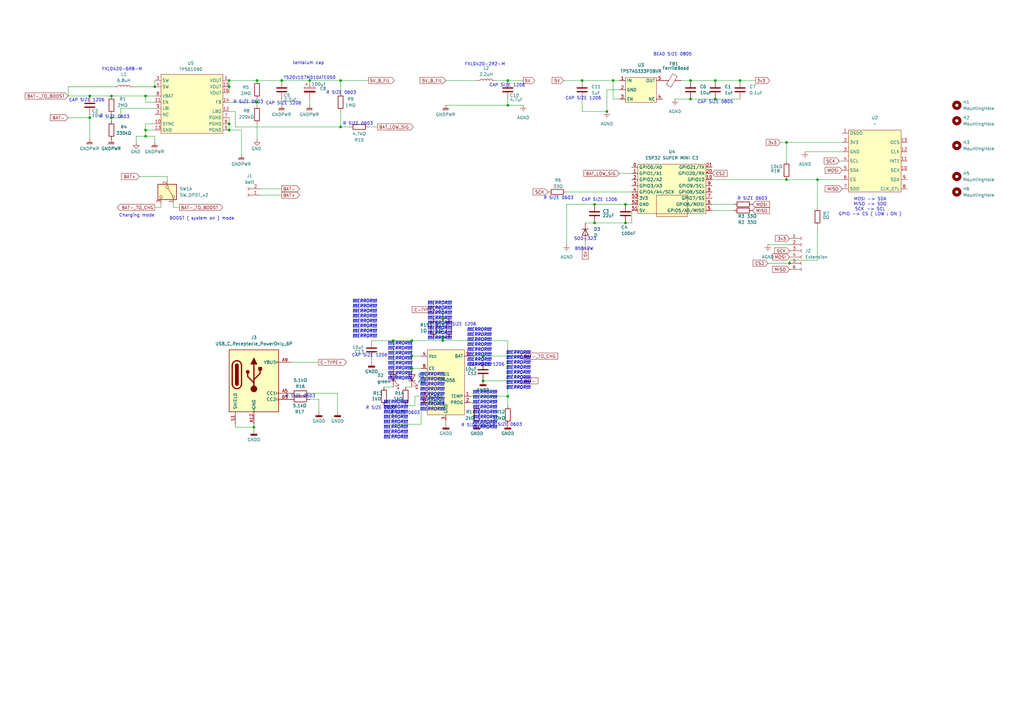
<source format=kicad_sch>
(kicad_sch (version 20250114) (generator "eeschema") (generator_version "9.0")
  (paper "A3")
  (lib_symbols
    (symbol "Connector:Conn_01x02_Socket" (pin_names (offset 1.016) (hide yes))
      (property "Reference" "J" (at 0 2.54 0))
      (property "Value" "Conn_01x02_Socket" (at 0 -5.08 0))
      (symbol "Conn_01x02_Socket_1_1"
        (pin passive line (at -5.08 0 0) (length 3.81) (name "Pin_1") (number "1"))
        (pin passive line (at -5.08 -2.54 0) (length 3.81) (name "Pin_2") (number "2"))
      )
    )
    (symbol "Connector:Conn_01x06_Socket" (pin_names (offset 1.016) (hide yes))
      (property "Reference" "J" (at 0 7.62 0))
      (property "Value" "Conn_01x06_Socket" (at 0 -10.16 0))
      (symbol "Conn_01x06_Socket_1_1"
        (pin passive line (at -5.08 5.08 0) (length 3.81) (name "Pin_1") (number "1"))
        (pin passive line (at -5.08 2.54 0) (length 3.81) (name "Pin_2") (number "2"))
        (pin passive line (at -5.08 0 0) (length 3.81) (name "Pin_3") (number "3"))
        (pin passive line (at -5.08 -2.54 0) (length 3.81) (name "Pin_4") (number "4"))
        (pin passive line (at -5.08 -5.08 0) (length 3.81) (name "Pin_5") (number "5"))
        (pin passive line (at -5.08 -7.62 0) (length 3.81) (name "Pin_6") (number "6"))
      )
    )
    (symbol "Connector:USB_C_Receptacle_PowerOnly_6P" (pin_names (offset 1.016))
      (property "Reference" "J" (at 0 16.51 0))
      (property "Value" "USB_C_Receptacle_PowerOnly_6P" (at 0 13.97 0))
      (symbol "USB_C_Receptacle_PowerOnly_6P_1_1"
        (pin passive line (at -7.62 -17.78 90) (length 5.08) (name "SHIELD") (number "S1"))
        (pin passive line (at 0 -17.78 90) (length 5.08) (name "GND") (number "A12"))
        (pin passive line (at 0 -17.78 90) (length 5.08) (hide yes) (name "GND") (number "B12"))
        (pin passive line (at 15.24 7.62 180) (length 5.08) (name "VBUS") (number "A9"))
        (pin passive line (at 15.24 7.62 180) (length 5.08) (hide yes) (name "VBUS") (number "B9"))
        (pin bidirectional line (at 15.24 -5.08 180) (length 5.08) (name "CC1") (number "A5"))
        (pin bidirectional line (at 15.24 -7.62 180) (length 5.08) (name "CC2") (number "B5"))
      )
    )
    (symbol "Device:C" (pin_numbers (hide yes)) (pin_names (offset 0.254))
      (property "Reference" "C" (at 0.635 2.54 0))
      (property "Value" "C" (at 0.635 -2.54 0))
      (symbol "C_1_1"
        (pin passive line (at 0 3.81 270) (length 2.794) (name "~") (number "1"))
        (pin passive line (at 0 -3.81 90) (length 2.794) (name "~") (number "2"))
      )
    )
    (symbol "Device:C_Polarized" (pin_numbers (hide yes)) (pin_names (offset 0.254))
      (property "Reference" "C" (at 0.635 2.54 0))
      (property "Value" "C_Polarized" (at 0.635 -2.54 0))
      (symbol "C_Polarized_1_1"
        (pin passive line (at 0 3.81 270) (length 2.794) (name "~") (number "1"))
        (pin passive line (at 0 -3.81 90) (length 2.794) (name "~") (number "2"))
      )
    )
    (symbol "Device:D" (pin_numbers (hide yes)) (pin_names (offset 1.016) (hide yes))
      (property "Reference" "D" (at 0 2.54 0))
      (property "Value" "D" (at 0 -2.54 0))
      (symbol "D_1_1"
        (pin passive line (at -3.81 0 0) (length 2.54) (name "K") (number "1"))
        (pin passive line (at 3.81 0 180) (length 2.54) (name "A") (number "2"))
      )
    )
    (symbol "Device:FerriteBead" (pin_numbers (hide yes)) (pin_names (offset 0))
      (property "Reference" "FB" (at -3.81 0.635 90))
      (property "Value" "FerriteBead" (at 3.81 0 90))
      (symbol "FerriteBead_1_1"
        (pin passive line (at 0 3.81 270) (length 2.54) (name "~") (number "1"))
        (pin passive line (at 0 -3.81 90) (length 2.54) (name "~") (number "2"))
      )
    )
    (symbol "Device:L" (pin_numbers (hide yes)) (pin_names (offset 1.016) (hide yes))
      (property "Reference" "L" (at -1.27 0 90))
      (property "Value" "L" (at 1.905 0 90))
      (symbol "L_1_1"
        (pin passive line (at 0 3.81 270) (length 1.27) (name "1") (number "1"))
        (pin passive line (at 0 -3.81 90) (length 1.27) (name "2") (number "2"))
      )
    )
    (symbol "Device:LED" (pin_numbers (hide yes)) (pin_names (offset 1.016) (hide yes))
      (property "Reference" "D" (at 0 2.54 0))
      (property "Value" "LED" (at 0 -2.54 0))
      (symbol "LED_1_1"
        (pin passive line (at -3.81 0 0) (length 2.54) (name "K") (number "1"))
        (pin passive line (at 3.81 0 180) (length 2.54) (name "A") (number "2"))
      )
    )
    (symbol "Device:R" (pin_numbers (hide yes)) (pin_names (offset 0))
      (property "Reference" "R" (at 2.032 0 90))
      (property "Value" "R" (at 0 0 90))
      (symbol "R_1_1"
        (pin passive line (at 0 3.81 270) (length 1.27) (name "~") (number "1"))
        (pin passive line (at 0 -3.81 90) (length 1.27) (name "~") (number "2"))
      )
    )
    (symbol "Mechanical:MountingHole" (pin_names (offset 1.016)) (in_bom no)
      (property "Reference" "H" (at 0 5.08 0))
      (property "Value" "MountingHole" (at 0 3.175 0))
    )
    (symbol "Switch:SW_DPDT_x2" (pin_names (offset 0) (hide yes))
      (property "Reference" "SW" (at 0 5.08 0))
      (property "Value" "SW_DPDT_x2" (at 0 -5.08 0))
      (symbol "SW_DPDT_x2_1_1"
        (pin passive line (at -5.08 0 0) (length 2.54) (name "B") (number "2"))
        (pin passive line (at 5.08 2.54 180) (length 2.54) (name "A") (number "1"))
        (pin passive line (at 5.08 -2.54 180) (length 2.54) (name "C") (number "3"))
      )
      (symbol "SW_DPDT_x2_2_1"
        (pin passive line (at -5.08 0 0) (length 2.54) (name "B") (number "5"))
        (pin passive line (at 5.08 2.54 180) (length 2.54) (name "A") (number "4"))
        (pin passive line (at 5.08 -2.54 180) (length 2.54) (name "C") (number "6"))
      )
    )
    (symbol "power:GND" (power) (pin_numbers (hide yes)) (pin_names (offset 0) (hide yes))
      (property "Value" "GND" (at 0 -3.81 0))
      (symbol "GND_1_1"
        (pin power_in line (at 0 0 270) (length 0) (name "~") (number "1"))
      )
    )
    (symbol "power:GNDD" (power) (pin_numbers (hide yes)) (pin_names (offset 0) (hide yes))
      (property "Value" "GNDD" (at 0 -3.175 0))
      (symbol "GNDD_1_1"
        (pin power_in line (at 0 0 270) (length 0) (name "~") (number "1"))
      )
    )
    (symbol "power:GNDPWR" (power) (pin_numbers (hide yes)) (pin_names (offset 0) (hide yes))
      (property "Value" "GNDPWR" (at 0 -3.302 0))
      (symbol "GNDPWR_1_1"
        (pin power_in line (at 0 0 270) (length 0) (name "~") (number "1"))
      )
    )
    (symbol "power:GNDREF" (power) (pin_numbers (hide yes)) (pin_names (offset 0) (hide yes))
      (property "Value" "GNDREF" (at 0 -3.81 0))
      (symbol "GNDREF_1_1"
        (pin power_in line (at 0 0 270) (length 0) (name "~") (number "1"))
      )
    )
    (symbol "slimess:ESP-32_C3_SUPER_MINI"
      (property "Reference" "U4" (at 0 -27.94 0))
      (property "Value" "~" (at 0 -25.4 0))
      (symbol "ESP-32_C3_SUPER_MINI_1_1"
        (pin input line (at -16.51 -3.81 0) (length 2.54) (name "GPIO5/A5/MISO") (number "5"))
        (pin input line (at -16.51 -6.35 0) (length 2.54) (name "GPIO6/MOSI") (number "6"))
        (pin input line (at -16.51 -8.89 0) (length 2.54) (name "GPIO7/SS") (number "7"))
        (pin input line (at -16.51 -11.43 0) (length 2.54) (name "GPIO8/SDA") (number "8"))
        (pin input line (at -16.51 -13.97 0) (length 2.54) (name "GPIO9/SCL") (number "9"))
        (pin input line (at -16.51 -16.51 0) (length 2.54) (name "GPIO10") (number "10"))
        (pin input line (at -16.51 -19.05 0) (length 2.54) (name "GPIO20/RX") (number "20"))
        (pin input line (at -16.51 -21.59 0) (length 2.54) (name "GPIO21/TX") (number "21"))
        (pin input line (at 16.51 -3.81 180) (length 2.54) (name "5V") (number "51"))
        (pin input line (at 16.51 -6.35 180) (length 2.54) (name "GND") (number "52"))
        (pin input line (at 16.51 -8.89 180) (length 2.54) (name "3V3") (number "53"))
        (pin input line (at 16.51 -11.43 180) (length 2.54) (name "GPIO4/A4/SCK") (number "4"))
        (pin input line (at 16.51 -13.97 180) (length 2.54) (name "GPIO3/A3") (number "3"))
        (pin input line (at 16.51 -16.51 180) (length 2.54) (name "GPIO2/A2") (number "2"))
        (pin input line (at 16.51 -19.05 180) (length 2.54) (name "GPIO1/A1") (number "1"))
        (pin input line (at 16.51 -21.59 180) (length 2.54) (name "GPIO0/A0") (number "0"))
      )
    )
    (symbol "slimess:IMU"
      (property "Reference" "U" (at 0 0 0))
      (symbol "IMU_1_1"
        (pin input line (at -12.7 -2.54 0) (length 2.54) (name "OSDO") (number "1"))
        (pin input line (at -12.7 -6.35 0) (length 2.54) (name "3V3") (number "2"))
        (pin input line (at -12.7 -10.16 0) (length 2.54) (name "GND") (number "3"))
        (pin input line (at -12.7 -13.97 0) (length 2.54) (name "SCL") (number "4"))
        (pin input line (at -12.7 -17.78 0) (length 2.54) (name "SDA") (number "5"))
        (pin input line (at -12.7 -21.59 0) (length 2.54) (name "CS") (number "6"))
        (pin input line (at -12.7 -25.4 0) (length 2.54) (name "SDO") (number "7"))
        (pin input line (at 13.97 -6.35 180) (length 2.54) (name "OCS") (number "13"))
        (pin input line (at 13.97 -10.16 180) (length 2.54) (name "CLK") (number "12"))
        (pin input line (at 13.97 -13.97 180) (length 2.54) (name "INT1") (number "11"))
        (pin input line (at 13.97 -17.78 180) (length 2.54) (name "SCX") (number "10"))
        (pin input line (at 13.97 -21.59 180) (length 2.54) (name "SDX") (number "9"))
        (pin input line (at 13.97 -25.4 180) (length 2.54) (name "CLK_CTL") (number "8"))
      )
    )
    (symbol "slimess:TP4056-42-ESOP8"
      (property "Reference" "U" (at 0 0 0))
      (symbol "TP4056-42-ESOP8_1_1"
        (pin input line (at -10.16 -3.81 0) (length 2.54) (name "Vcc") (number "4"))
        (pin input line (at -10.16 -8.89 0) (length 2.54) (name "CE") (number "8"))
        (pin input line (at -10.16 -20.32 0) (length 2.54) (name "!CHRG") (number "7"))
        (pin input line (at -10.16 -22.86 0) (length 2.54) (name "!STDBY") (number "6"))
        (pin input line (at 0 -30.48 90) (length 2.54) (name "GND") (number "3"))
        (pin input line (at 10.16 -3.81 180) (length 2.54) (name "BAT") (number "5"))
        (pin input line (at 10.16 -20.32 180) (length 2.54) (name "TEMP") (number "1"))
        (pin input line (at 10.16 -22.86 180) (length 2.54) (name "PROG") (number "2"))
      )
    )
    (symbol "slimess:TPS61090"
      (property "Reference" "U5" (at 19.05 -8.8198 0))
      (property "Value" "TPS61090" (at 19.05 -11.3598 0))
      (symbol "TPS61090_1_1"
        (pin input line (at -15.24 -16.51 0) (length 2.54) (name "SW") (number "3"))
        (pin input line (at -15.24 -19.05 0) (length 2.54) (name "SW") (number "4"))
        (pin input line (at -15.24 -22.86 0) (length 2.54) (name "VBAT") (number "8"))
        (pin input line (at -15.24 -25.4 0) (length 2.54) (name "EN") (number "11"))
        (pin input line (at -15.24 -27.94 0) (length 2.54) (name "LBI") (number "9"))
        (pin input line (at -15.24 -30.48 0) (length 2.54) (name "NC") (number "2"))
        (pin input line (at -15.24 -34.29 0) (length 2.54) (name "SYNC") (number "10"))
        (pin input line (at -15.24 -36.83 0) (length 2.54) (name "GND") (number "13"))
        (pin input line (at 15.24 -16.51 180) (length 2.54) (name "VOUT") (number "1"))
        (pin input line (at 15.24 -19.05 180) (length 2.54) (name "VOUT") (number "15"))
        (pin input line (at 15.24 -21.59 180) (length 2.54) (name "VOUT") (number "16"))
        (pin input line (at 15.24 -25.4 180) (length 2.54) (name "FB") (number "14"))
        (pin input line (at 15.24 -29.21 180) (length 2.54) (name "LBO") (number "12"))
        (pin input line (at 15.24 -31.75 180) (length 2.54) (name "PGND") (number "7"))
        (pin input line (at 15.24 -34.29 180) (length 2.54) (name "PGND") (number "6"))
        (pin input line (at 15.24 -36.83 180) (length 2.54) (name "PGND") (number "5"))
      )
    )
    (symbol "slimess:TPS7A0333PDBVR"
      (property "Reference" "U" (at 0 0 0))
      (symbol "TPS7A0333PDBVR_1_1"
        (pin input line (at -8.89 -2.54 0) (length 2.54) (name "IN") (number "1"))
        (pin input line (at -8.89 -6.35 0) (length 2.54) (name "GND") (number "2"))
        (pin input line (at -8.89 -10.16 0) (length 2.54) (name "EN") (number "3"))
        (pin input line (at 8.89 -2.54 180) (length 2.54) (name "OUT") (number "5"))
        (pin input line (at 8.89 -10.16 180) (length 2.54) (name "NC") (number "4"))
      )
    )
  )
  (text "R SIZE 0603\n" (at 166.116 169.418 0) (effects (font (size 1.27 1.27))))
  (text "CAP SIZE 1206\n\n" (at 239.268 41.402 0) (effects (font (size 1.27 1.27))))
  (text "!!!ERROR!!!\n!!!ERROR!!!\n!!!ERROR!!!\n!!!ERROR!!!\n!!!ERROR!!!\n!!!ERROR!!!\n!!!ERROR!!!\n!!!ERROR!!!\n\n\n" (at 164.084 150.114 0) (effects (font (size 1.27 1.27) (thickness 0.254) (bold yes) (italic yes))))
  (text "!!!ERROR!!!\n!!!ERROR!!!\n!!!ERROR!!!\n!!!ERROR!!!\n!!!ERROR!!!\n!!!ERROR!!!\n!!!ERROR!!!\n!!!ERROR!!!\n\n\n" (at 149.606 132.842 0) (effects (font (size 1.27 1.27) (thickness 0.254) (bold yes) (italic yes))))
  (text "R SIZE 1206\n\n\n" (at 189.23 135.128 0) (effects (font (size 1.27 1.27))))
  (text "R SIZE 0603\n" (at 208.026 174.244 0) (effects (font (size 1.27 1.27))))
  (text "!!!ERROR!!!\n!!!ERROR!!!\n!!!ERROR!!!\n!!!ERROR!!!\n!!!ERROR!!!\n!!!ERROR!!!\n!!!ERROR!!!\n!!!ERROR!!!\n\n\n" (at 177.292 162.814 0) (effects (font (size 1.27 1.27) (thickness 0.254) (bold yes) (italic yes))))
  (text "R SIZE 0603\n" (at 139.954 38.1 0) (effects (font (size 1.27 1.27))))
  (text "BOOST ( system on ) mode\n\n" (at 82.804 90.678 0) (effects (font (size 1.27 1.27))))
  (text "R SIZE 0603\n" (at 229.108 81.28 0) (effects (font (size 1.27 1.27))))
  (text "R SIZE 0603\n" (at 101.854 41.91 0) (effects (font (size 1.27 1.27))))
  (text "CAP SIZE 1206\n\n" (at 116.332 43.434 0) (effects (font (size 1.27 1.27))))
  (text "!!!ERROR!!!\n!!!ERROR!!!\n!!!ERROR!!!\n!!!ERROR!!!\n!!!ERROR!!!\n!!!ERROR!!!\n!!!ERROR!!!\n!!!ERROR!!!\n\n\n" (at 212.598 153.924 0) (effects (font (size 1.27 1.27) (thickness 0.254) (bold yes) (italic yes))))
  (text "R SIZE 0603\n" (at 46.99 48.006 0) (effects (font (size 1.27 1.27))))
  (text "CAP SIZE 1206\n\n" (at 151.638 146.812 0) (effects (font (size 1.27 1.27))))
  (text "CAP SIZE 1206\n\n" (at 199.644 150.622 0) (effects (font (size 1.27 1.27))))
  (text "!!!ERROR!!!\n!!!ERROR!!!\n!!!ERROR!!!\n!!!ERROR!!!\n!!!ERROR!!!\n!!!ERROR!!!\n!!!ERROR!!!\n!!!ERROR!!!\n\n\n" (at 180.34 133.604 0) (effects (font (size 1.27 1.27) (thickness 0.254) (bold yes) (italic yes))))
  (text "FXL0420-2R2-M" (at 198.882 26.416 0) (effects (font (size 1.27 1.27))))
  (text "CAP SIZE 1206\n\n" (at 245.872 83.058 0) (effects (font (size 1.27 1.27))))
  (text "CAP SIZE 0805\n" (at 293.37 41.91 0) (effects (font (size 1.27 1.27))))
  (text "R SIZE 0603\n" (at 308.61 81.534 0) (effects (font (size 1.27 1.27))))
  (text "!!!ERROR!!!\n!!!ERROR!!!\n!!!ERROR!!!\n!!!ERROR!!!\n!!!ERROR!!!\n!!!ERROR!!!\n!!!ERROR!!!\n!!!ERROR!!!\n\n\n" (at 196.596 144.526 0) (effects (font (size 1.27 1.27) (thickness 0.254) (bold yes) (italic yes))))
  (text "CAP SIZE 1206\n\n" (at 208.026 36.068 0) (effects (font (size 1.27 1.27))))
  (text "!!!ERROR!!!\n!!!ERROR!!!\n!!!ERROR!!!\n!!!ERROR!!!\n!!!ERROR!!!\n!!!ERROR!!!\n!!!ERROR!!!\n!!!ERROR!!!\n\n\n" (at 162.306 174.244 0) (effects (font (size 1.27 1.27) (thickness 0.254) (bold yes) (italic yes))))
  (text "R SIZE 0603\n" (at 156.21 167.386 0) (effects (font (size 1.27 1.27))))
  (text "tantalum cap \n\n\nT520V107M010ATE050\n" (at 127 28.956 0) (effects (font (size 1.27 1.27))))
  (text "!!!ERROR!!!\n!!!ERROR!!!\n!!!ERROR!!!\n!!!ERROR!!!\n!!!ERROR!!!\n!!!ERROR!!!\n!!!ERROR!!!\n!!!ERROR!!!\n\n\n" (at 198.882 170.18 0) (effects (font (size 1.27 1.27) (thickness 0.254) (bold yes) (italic yes))))
  (text "FXL0420-6R8-M\n" (at 50.038 28.448 0) (effects (font (size 1.27 1.27))))
  (text "R SIZE 0603\n" (at 123.19 162.56 0) (effects (font (size 1.27 1.27))))
  (text "SOD-323\n\nB5819W \n" (at 240.03 100.076 0) (effects (font (size 1.27 1.27))))
  (text "R SIZE 0603\n" (at 195.326 174.498 0) (effects (font (size 1.27 1.27))))
  (text "Charging mode\n\n" (at 56.134 89.408 0) (effects (font (size 1.27 1.27))))
  (text "BEAD SIZE 0805\n\n\n" (at 275.844 24.384 0) (effects (font (size 1.27 1.27))))
  (text "CAP SIZE 1206\n\n" (at 35.56 42.164 0) (effects (font (size 1.27 1.27))))
  (text "R SIZE 0603\n" (at 146.812 50.8 0) (effects (font (size 1.27 1.27))))
  (text "MOSI -> SDA\nMISO -> SDO\nSCK -> SCL\nGPIO -> CS ( LOW : ON )\n" (at 356.87 84.836 0) (effects (font (size 1.27 1.27))))
  (junction (at 181.61 139.7))
  (junction (at 168.91 151.13))
  (junction (at 45.72 39.37))
  (junction (at 208.28 162.56))
  (junction (at 36.83 48.26))
  (junction (at 248.92 45.72))
  (junction (at 243.84 83.82))
  (junction (at 181.61 138.43))
  (junction (at 93.98 53.34))
  (junction (at 283.21 40.64))
  (junction (at 198.12 156.21))
  (junction (at 59.69 55.88))
  (junction (at 93.98 33.02))
  (junction (at 238.76 33.02))
  (junction (at 139.7 52.07))
  (junction (at 59.69 53.34))
  (junction (at 161.29 139.7))
  (junction (at 293.37 40.64))
  (junction (at 168.91 139.7))
  (junction (at 251.46 33.02))
  (junction (at 323.85 107.95))
  (junction (at 198.12 146.05))
  (junction (at 115.57 33.02))
  (junction (at 322.58 73.66))
  (junction (at 256.54 91.44))
  (junction (at 303.53 33.02))
  (junction (at 93.98 35.56))
  (junction (at 139.7 33.02))
  (junction (at 208.28 33.02))
  (junction (at 243.84 91.44))
  (junction (at 45.72 48.26))
  (junction (at 322.58 58.42))
  (junction (at 283.21 33.02))
  (junction (at 105.41 33.02))
  (junction (at 168.91 146.05))
  (junction (at 256.54 83.82))
  (junction (at 104.14 175.26))
  (junction (at 335.28 73.66))
  (junction (at 105.41 41.91))
  (junction (at 36.83 39.37))
  (junction (at 127 33.02))
  (junction (at 63.5 35.56))
  (junction (at 59.69 39.37))
  (junction (at 93.98 50.8))
  (junction (at 208.28 43.18))
  (junction (at 181.61 130.81))
  (junction (at 293.37 33.02))
  (wire (pts (xy 105.41 40.64) (xy 105.41 41.91)))
  (wire (pts (xy 213.36 156.21) (xy 198.12 156.21)))
  (wire (pts (xy 292.1 83.82) (xy 300.99 83.82)))
  (wire (pts (xy 322.58 73.66) (xy 335.28 73.66)))
  (wire (pts (xy 59.69 55.88) (xy 63.5 55.88)))
  (wire (pts (xy 314.96 100.33) (xy 323.85 100.33)))
  (wire (pts (xy 279.4 33.02) (xy 283.21 33.02)))
  (wire (pts (xy 168.91 146.05) (xy 168.91 139.7)))
  (wire (pts (xy 93.98 50.8) (xy 93.98 53.34)))
  (wire (pts (xy 322.58 58.42) (xy 345.44 58.42)))
  (wire (pts (xy 344.17 66.04) (xy 345.44 66.04)))
  (wire (pts (xy 157.48 158.75) (xy 161.29 158.75)))
  (wire (pts (xy 45.72 48.26) (xy 45.72 49.53)))
  (wire (pts (xy 71.12 85.09) (xy 71.12 83.82)))
  (wire (pts (xy 96.52 52.07) (xy 139.7 52.07)))
  (wire (pts (xy 104.14 176.53) (xy 104.14 175.26)))
  (wire (pts (xy 36.83 46.99) (xy 36.83 48.26)))
  (wire (pts (xy 182.88 43.18) (xy 208.28 43.18)))
  (wire (pts (xy 93.98 45.72) (xy 96.52 45.72)))
  (wire (pts (xy 166.37 166.37) (xy 170.18 166.37)))
  (wire (pts (xy 180.34 127) (xy 181.61 127)))
  (wire (pts (xy 63.5 33.02) (xy 63.5 35.56)))
  (wire (pts (xy 259.08 91.44) (xy 259.08 86.36)))
  (wire (pts (xy 232.41 78.74) (xy 259.08 78.74)))
  (wire (pts (xy 172.72 151.13) (xy 168.91 151.13)))
  (wire (pts (xy 335.28 73.66) (xy 345.44 73.66)))
  (wire (pts (xy 232.41 83.82) (xy 243.84 83.82)))
  (wire (pts (xy 59.69 41.91) (xy 59.69 39.37)))
  (wire (pts (xy 251.46 33.02) (xy 251.46 40.64)))
  (wire (pts (xy 238.76 45.72) (xy 248.92 45.72)))
  (wire (pts (xy 208.28 40.64) (xy 208.28 43.18)))
  (wire (pts (xy 36.83 48.26) (xy 36.83 57.15)))
  (wire (pts (xy 168.91 139.7) (xy 181.61 139.7)))
  (wire (pts (xy 283.21 40.64) (xy 293.37 40.64)))
  (wire (pts (xy 203.2 33.02) (xy 208.28 33.02)))
  (wire (pts (xy 166.37 158.75) (xy 168.91 158.75)))
  (wire (pts (xy 293.37 33.02) (xy 303.53 33.02)))
  (wire (pts (xy 93.98 33.02) (xy 105.41 33.02)))
  (wire (pts (xy 314.96 107.95) (xy 323.85 107.95)))
  (wire (pts (xy 57.15 72.39) (xy 68.58 72.39)))
  (wire (pts (xy 248.92 36.83) (xy 254 36.83)))
  (wire (pts (xy 248.92 45.72) (xy 248.92 36.83)))
  (wire (pts (xy 181.61 139.7) (xy 208.28 139.7)))
  (wire (pts (xy 276.86 40.64) (xy 283.21 40.64)))
  (wire (pts (xy 139.7 45.72) (xy 139.7 52.07)))
  (wire (pts (xy 127 163.83) (xy 130.81 163.83)))
  (wire (pts (xy 93.98 53.34) (xy 99.06 53.34)))
  (wire (pts (xy 127 161.29) (xy 138.43 161.29)))
  (wire (pts (xy 161.29 139.7) (xy 168.91 139.7)))
  (wire (pts (xy 59.69 39.37) (xy 63.5 39.37)))
  (wire (pts (xy 184.15 138.43) (xy 181.61 138.43)))
  (wire (pts (xy 27.94 39.37) (xy 36.83 39.37)))
  (wire (pts (xy 130.81 163.83) (xy 130.81 168.91)))
  (wire (pts (xy 335.28 73.66) (xy 335.28 85.09)))
  (wire (pts (xy 151.13 52.07) (xy 154.94 52.07)))
  (wire (pts (xy 105.41 33.02) (xy 115.57 33.02)))
  (wire (pts (xy 127 33.02) (xy 139.7 33.02)))
  (wire (pts (xy 170.18 162.56) (xy 172.72 162.56)))
  (wire (pts (xy 63.5 41.91) (xy 59.69 41.91)))
  (wire (pts (xy 208.28 33.02) (xy 214.63 33.02)))
  (wire (pts (xy 243.84 91.44) (xy 256.54 91.44)))
  (wire (pts (xy 161.29 139.7) (xy 161.29 151.13)))
  (wire (pts (xy 152.4 148.59) (xy 152.4 147.32)))
  (wire (pts (xy 161.29 166.37) (xy 161.29 173.99)))
  (wire (pts (xy 240.03 91.44) (xy 243.84 91.44)))
  (wire (pts (xy 139.7 33.02) (xy 151.13 33.02)))
  (wire (pts (xy 195.58 166.37) (xy 195.58 165.1)))
  (wire (pts (xy 195.58 165.1) (xy 193.04 165.1)))
  (wire (pts (xy 303.53 33.02) (xy 309.88 33.02)))
  (wire (pts (xy 231.14 33.02) (xy 238.76 33.02)))
  (wire (pts (xy 335.28 106.68) (xy 323.85 106.68)))
  (wire (pts (xy 323.85 106.68) (xy 323.85 107.95)))
  (wire (pts (xy 256.54 83.82) (xy 259.08 83.82)))
  (wire (pts (xy 27.94 35.56) (xy 27.94 39.37)))
  (wire (pts (xy 96.52 173.99) (xy 96.52 175.26)))
  (wire (pts (xy 96.52 175.26) (xy 104.14 175.26)))
  (wire (pts (xy 208.28 139.7) (xy 208.28 162.56)))
  (wire (pts (xy 335.28 92.71) (xy 335.28 106.68)))
  (wire (pts (xy 54.61 35.56) (xy 63.5 35.56)))
  (wire (pts (xy 63.5 50.8) (xy 59.69 50.8)))
  (wire (pts (xy 193.04 146.05) (xy 198.12 146.05)))
  (wire (pts (xy 59.69 50.8) (xy 59.69 53.34)))
  (wire (pts (xy 36.83 39.37) (xy 45.72 39.37)))
  (wire (pts (xy 63.5 85.09) (xy 66.04 85.09)))
  (wire (pts (xy 93.98 41.91) (xy 105.41 41.91)))
  (wire (pts (xy 177.8 130.81) (xy 181.61 130.81)))
  (wire (pts (xy 292.1 73.66) (xy 322.58 73.66)))
  (wire (pts (xy 138.43 161.29) (xy 138.43 168.91)))
  (wire (pts (xy 181.61 127) (xy 181.61 130.81)))
  (wire (pts (xy 55.88 58.42) (xy 55.88 55.88)))
  (wire (pts (xy 243.84 83.82) (xy 256.54 83.82)))
  (wire (pts (xy 254 33.02) (xy 251.46 33.02)))
  (wire (pts (xy 27.94 48.26) (xy 36.83 48.26)))
  (wire (pts (xy 168.91 151.13) (xy 168.91 146.05)))
  (wire (pts (xy 45.72 39.37) (xy 59.69 39.37)))
  (wire (pts (xy 115.57 43.18) (xy 115.57 40.64)))
  (wire (pts (xy 130.81 148.59) (xy 119.38 148.59)))
  (wire (pts (xy 139.7 52.07) (xy 143.51 52.07)))
  (wire (pts (xy 63.5 55.88) (xy 63.5 58.42)))
  (wire (pts (xy 283.21 33.02) (xy 293.37 33.02)))
  (wire (pts (xy 198.12 146.05) (xy 213.36 146.05)))
  (wire (pts (xy 172.72 173.99) (xy 172.72 165.1)))
  (wire (pts (xy 45.72 48.26) (xy 45.72 46.99)))
  (wire (pts (xy 240.03 101.6) (xy 240.03 99.06)))
  (wire (pts (xy 232.41 100.33) (xy 232.41 83.82)))
  (wire (pts (xy 115.57 77.47) (xy 106.68 77.47)))
  (wire (pts (xy 208.28 162.56) (xy 208.28 166.37)))
  (wire (pts (xy 99.06 63.5) (xy 99.06 53.34)))
  (wire (pts (xy 208.28 43.18) (xy 214.63 43.18)))
  (wire (pts (xy 63.5 44.45) (xy 49.53 44.45)))
  (wire (pts (xy 251.46 40.64) (xy 254 40.64)))
  (wire (pts (xy 208.28 162.56) (xy 193.04 162.56)))
  (wire (pts (xy 292.1 86.36) (xy 300.99 86.36)))
  (wire (pts (xy 181.61 138.43) (xy 181.61 139.7)))
  (wire (pts (xy 49.53 44.45) (xy 49.53 48.26)))
  (wire (pts (xy 93.98 35.56) (xy 93.98 38.1)))
  (wire (pts (xy 96.52 45.72) (xy 96.52 52.07)))
  (wire (pts (xy 152.4 139.7) (xy 161.29 139.7)))
  (wire (pts (xy 105.41 50.8) (xy 105.41 57.15)))
  (wire (pts (xy 73.66 85.09) (xy 71.12 85.09)))
  (wire (pts (xy 63.5 53.34) (xy 59.69 53.34)))
  (wire (pts (xy 49.53 48.26) (xy 45.72 48.26)))
  (wire (pts (xy 256.54 91.44) (xy 259.08 91.44)))
  (wire (pts (xy 320.04 58.42) (xy 322.58 58.42)))
  (wire (pts (xy 293.37 40.64) (xy 303.53 40.64)))
  (wire (pts (xy 254 71.12) (xy 259.08 71.12)))
  (wire (pts (xy 184.15 130.81) (xy 181.61 130.81)))
  (wire (pts (xy 115.57 80.01) (xy 106.68 80.01)))
  (wire (pts (xy 66.04 85.09) (xy 66.04 83.82)))
  (wire (pts (xy 68.58 72.39) (xy 68.58 73.66)))
  (wire (pts (xy 139.7 33.02) (xy 139.7 38.1)))
  (wire (pts (xy 161.29 173.99) (xy 172.72 173.99)))
  (wire (pts (xy 157.48 166.37) (xy 161.29 166.37)))
  (wire (pts (xy 59.69 53.34) (xy 59.69 55.88)))
  (wire (pts (xy 238.76 33.02) (xy 251.46 33.02)))
  (wire (pts (xy 46.99 35.56) (xy 27.94 35.56)))
  (wire (pts (xy 105.41 41.91) (xy 105.41 43.18)))
  (wire (pts (xy 198.12 148.59) (xy 198.12 146.05)))
  (wire (pts (xy 93.98 48.26) (xy 93.98 50.8)))
  (wire (pts (xy 330.2 62.23) (xy 345.44 62.23)))
  (wire (pts (xy 104.14 175.26) (xy 104.14 173.99)))
  (wire (pts (xy 115.57 33.02) (xy 127 33.02)))
  (wire (pts (xy 170.18 166.37) (xy 170.18 162.56)))
  (wire (pts (xy 182.88 33.02) (xy 195.58 33.02)))
  (wire (pts (xy 322.58 58.42) (xy 322.58 66.04)))
  (wire (pts (xy 127 43.18) (xy 127 40.64)))
  (wire (pts (xy 238.76 40.64) (xy 238.76 45.72)))
  (wire (pts (xy 177.8 138.43) (xy 181.61 138.43)))
  (wire (pts (xy 55.88 55.88) (xy 59.69 55.88)))
  (wire (pts (xy 93.98 33.02) (xy 93.98 35.56)))
  (wire (pts (xy 172.72 146.05) (xy 168.91 146.05)))
  (wire (pts (xy 182.88 173.99) (xy 182.88 172.72)))
  (global_label "C-TYPE+" (shape output) (at 130.81 148.59 0) (property "Intersheetrefs" "${INTERSHEET_REFS}" (effects (hide yes))))
  (global_label "MOSI" (shape input) (at 308.61 83.82 0) (property "Intersheetrefs" "${INTERSHEET_REFS}" (effects (hide yes))))
  (global_label "BAT-" (shape input) (at 213.36 156.21 0) (property "Intersheetrefs" "${INTERSHEET_REFS}" (effects (hide yes))))
  (global_label "BAT-" (shape input) (at 27.94 48.26 180) (property "Intersheetrefs" "${INTERSHEET_REFS}" (effects (hide yes))))
  (global_label "MISO" (shape input) (at 345.44 77.47 180) (property "Intersheetrefs" "${INTERSHEET_REFS}" (effects (hide yes))))
  (global_label "CS2" (shape input) (at 292.1 71.12 0) (property "Intersheetrefs" "${INTERSHEET_REFS}" (effects (hide yes))))
  (global_label "MISO" (shape input) (at 323.85 110.49 180) (property "Intersheetrefs" "${INTERSHEET_REFS}" (effects (hide yes))))
  (global_label "BAT_LOW_SIG" (shape output) (at 154.94 52.07 0) (property "Intersheetrefs" "${INTERSHEET_REFS}" (effects (hide yes))))
  (global_label "BAT-_TO_CHG" (shape output) (at 63.5 85.09 180) (property "Intersheetrefs" "${INTERSHEET_REFS}" (effects (hide yes))))
  (global_label "BAT-_TO_BOOST" (shape output) (at 73.66 85.09 0) (property "Intersheetrefs" "${INTERSHEET_REFS}" (effects (hide yes))))
  (global_label "5V" (shape input) (at 231.14 33.02 180) (property "Intersheetrefs" "${INTERSHEET_REFS}" (effects (hide yes))))
  (global_label "3v3" (shape input) (at 320.04 58.42 180) (property "Intersheetrefs" "${INTERSHEET_REFS}" (effects (hide yes))))
  (global_label "CS2" (shape input) (at 314.96 107.95 180) (property "Intersheetrefs" "${INTERSHEET_REFS}" (effects (hide yes))))
  (global_label "5V_B_FIL" (shape output) (at 151.13 33.02 0) (property "Intersheetrefs" "${INTERSHEET_REFS}" (effects (hide yes))))
  (global_label "BAT+" (shape input) (at 57.15 72.39 180) (property "Intersheetrefs" "${INTERSHEET_REFS}" (effects (hide yes))))
  (global_label "SCK" (shape input) (at 224.79 78.74 180) (property "Intersheetrefs" "${INTERSHEET_REFS}" (effects (hide yes))))
  (global_label "C-TYPE+" (shape input) (at 180.34 127 180) (property "Intersheetrefs" "${INTERSHEET_REFS}" (effects (hide yes))))
  (global_label "3v3" (shape output) (at 309.88 33.02 0) (property "Intersheetrefs" "${INTERSHEET_REFS}" (effects (hide yes))))
  (global_label "3v3" (shape input) (at 323.85 97.79 180) (property "Intersheetrefs" "${INTERSHEET_REFS}" (effects (hide yes))))
  (global_label "SCK" (shape input) (at 323.85 102.87 180) (property "Intersheetrefs" "${INTERSHEET_REFS}" (effects (hide yes))))
  (global_label "MOSI" (shape input) (at 345.44 69.85 180) (property "Intersheetrefs" "${INTERSHEET_REFS}" (effects (hide yes))))
  (global_label "SCK" (shape input) (at 344.17 66.04 180) (property "Intersheetrefs" "${INTERSHEET_REFS}" (effects (hide yes))))
  (global_label "BAT-" (shape output) (at 115.57 77.47 0) (property "Intersheetrefs" "${INTERSHEET_REFS}" (effects (hide yes))))
  (global_label "BAT_LOW_SIG" (shape input) (at 254 71.12 180) (property "Intersheetrefs" "${INTERSHEET_REFS}" (effects (hide yes))))
  (global_label "MISO" (shape input) (at 308.61 86.36 0) (property "Intersheetrefs" "${INTERSHEET_REFS}" (effects (hide yes))))
  (global_label "BAT+" (shape output) (at 115.57 80.01 0) (property "Intersheetrefs" "${INTERSHEET_REFS}" (effects (hide yes))))
  (global_label "5V_B_FIL" (shape input) (at 182.88 33.02 180) (property "Intersheetrefs" "${INTERSHEET_REFS}" (effects (hide yes))))
  (global_label "MOSI" (shape input) (at 323.85 105.41 180) (property "Intersheetrefs" "${INTERSHEET_REFS}" (effects (hide yes))))
  (global_label "BAT-_TO_CHG" (shape input) (at 213.36 146.05 0) (property "Intersheetrefs" "${INTERSHEET_REFS}" (effects (hide yes))))
  (global_label "5V" (shape output) (at 214.63 33.02 0) (property "Intersheetrefs" "${INTERSHEET_REFS}" (effects (hide yes))))
  (global_label "5V" (shape input) (at 240.03 101.6 270) (property "Intersheetrefs" "${INTERSHEET_REFS}" (effects (hide yes))))
  (global_label "BAT-_TO_BOOST" (shape input) (at 27.94 39.37 180) (property "Intersheetrefs" "${INTERSHEET_REFS}" (effects (hide yes))))
  (symbol (lib_id "Device:R") (at 335.28 88.9 180) (unit 1)
    (property "Reference" "R7" (at 338.836 87.63 0))
    (property "Value" "0Ω" (at 338.836 89.154 0))
    (property "Footprint" "Resistor_SMD:R_0603_1608Metric" (effects (hide yes)))
    (property "Description" "Resistor" (effects (hide yes)))
  )
  (symbol (lib_id "power:GNDD") (at 208.28 173.99 0) (unit 1)
    (property "Reference" "#PWR020" (effects (hide yes)))
    (property "Value" "GNDD" (at 208.28 177.8 0))
    (property "Description" "Power symbol creates a global label with name \"GNDD\" , digital ground" (effects (hide yes)))
  )
  (symbol (lib_id "Device:L") (at 199.39 33.02 90) (unit 1)
    (property "Reference" "L2" (at 199.39 27.94 90))
    (property "Value" "2.2uH" (at 199.39 30.48 90))
    (property "Footprint" "slime:FXL0420" (effects (hide yes)))
    (property "Description" "Inductor" (effects (hide yes)))
  )
  (symbol (lib_id "Mechanical:MountingHole") (at 392.43 59.69 0) (unit 1) (in_bom no)
    (property "Reference" "H3" (at 394.97 58.4199 0) (effects (justify left)))
    (property "Value" "MountingHole" (at 394.97 60.9599 0) (effects (justify left)))
    (property "Footprint" "MountingHole:ToolingHole_1.152mm" (effects (hide yes)))
    (property "Description" "Mounting Hole without connection" (effects (hide yes)))
  )
  (symbol (lib_id "power:GNDREF") (at 276.86 40.64 0) (unit 1)
    (property "Reference" "#PWR05" (effects (hide yes)))
    (property "Value" "AGND" (at 276.86 45.72 0))
    (property "Description" "Power symbol creates a global label with name \"GNDREF\" , reference supply ground" (effects (hide yes)))
  )
  (symbol (lib_id "power:GNDPWR") (at 63.5 58.42 0) (unit 1)
    (property "Reference" "#PWR02" (effects (hide yes)))
    (property "Value" "GNDPWR" (at 63.373 62.23 0))
    (property "Description" "Power symbol creates a global label with name \"GNDPWR\" , global ground" (effects (hide yes)))
  )
  (symbol (lib_id "Device:C") (at 115.57 36.83 180) (unit 1)
    (property "Reference" "C5" (at 116.332 39.116 0) (effects (justify right)))
    (property "Value" "2.2uF" (at 116.332 40.894 0) (effects (justify right)))
    (property "Footprint" "Capacitor_SMD:C_1206_3216Metric" (effects (hide yes)))
    (property "Description" "Unpolarized capacitor" (effects (hide yes)))
  )
  (symbol (lib_id "Switch:SW_DPDT_x2") (at 68.58 78.74 270) (unit 1) (in_bom no)
    (property "Reference" "SW1" (at 73.66 77.4699 90) (effects (justify left)))
    (property "Value" "SW_DPDT_x2" (at 73.66 80.0099 90) (effects (justify left)))
    (property "Footprint" "Button_Switch_THT:SW_Slide_SPDT_Angled_CK_OS102011MA1Q" (effects (hide yes)))
    (property "Description" "Switch, dual pole double throw, separate symbols" (effects (hide yes)))
  )
  (symbol (lib_id "Device:D") (at 240.03 95.25 270) (unit 1)
    (property "Reference" "D3" (at 243.586 93.98 90) (effects (justify left)))
    (property "Value" "D" (at 243.586 96.52 90) (effects (justify left)))
    (property "Footprint" "Diode_SMD:D_SOD-123" (effects (hide yes)))
    (property "Description" "Diode" (effects (hide yes)))
    (property "Sim.Device" "D" (effects (hide yes)))
    (property "Sim.Pins" "1=K 2=A" (effects (hide yes)))
  )
  (symbol (lib_id "Device:L") (at 50.8 35.56 90) (unit 1)
    (property "Reference" "L1" (at 50.8 30.48 90))
    (property "Value" "6.8uH" (at 50.8 33.02 90))
    (property "Footprint" "slime:FXL0420" (effects (hide yes)))
    (property "Description" "Inductor" (effects (hide yes)))
  )
  (symbol (lib_id "Device:C_Polarized") (at 127 36.83 0) (unit 1)
    (property "Reference" "C8" (at 133.858 36.322 0) (effects (justify right)))
    (property "Value" "100uF" (at 133.858 34.544 0) (effects (justify right)))
    (property "Footprint" "Capacitor_Tantalum_SMD:CP_EIA-7343-20_Kemet-V" (effects (hide yes)))
    (property "Description" "Polarized capacitor" (effects (hide yes)))
  )
  (symbol (lib_id "Device:FerriteBead") (at 275.59 33.02 90) (unit 1)
    (property "Reference" "FB1" (at 276.352 26.162 90))
    (property "Value" "FerriteBead" (at 277.114 27.94 90))
    (property "Footprint" "Resistor_SMD:R_0805_2012Metric" (effects (hide yes)))
    (property "Description" "Ferrite bead" (effects (hide yes)))
  )
  (symbol (lib_id "power:GNDD") (at 195.58 173.99 0) (unit 1)
    (property "Reference" "#PWR018" (effects (hide yes)))
    (property "Value" "GNDD" (at 195.58 177.8 0))
    (property "Description" "Power symbol creates a global label with name \"GNDD\" , digital ground" (effects (hide yes)))
  )
  (symbol (lib_id "power:GNDD") (at 152.4 148.59 0) (unit 1)
    (property "Reference" "#PWR019" (effects (hide yes)))
    (property "Value" "GNDD" (at 152.4 152.4 0))
    (property "Description" "Power symbol creates a global label with name \"GNDD\" , digital ground" (effects (hide yes)))
  )
  (symbol (lib_id "power:GNDPWR") (at 36.83 57.15 0) (unit 1)
    (property "Reference" "#PWR08" (effects (hide yes)))
    (property "Value" "GNDPWR" (at 36.703 60.96 0))
    (property "Description" "Power symbol creates a global label with name \"GNDPWR\" , global ground" (effects (hide yes)))
  )
  (symbol (lib_id "Device:C") (at 238.76 36.83 0) (unit 1)
    (property "Reference" "C11" (at 242.57 35.5599 0) (effects (justify left)))
    (property "Value" "1uF" (at 242.57 38.0999 0) (effects (justify left)))
    (property "Footprint" "Capacitor_SMD:C_1206_3216Metric" (effects (hide yes)))
    (property "Description" "Unpolarized capacitor" (effects (hide yes)))
  )
  (symbol (lib_id "power:GND") (at 55.88 58.42 0) (unit 1)
    (property "Reference" "#PWR012" (effects (hide yes)))
    (property "Value" "GND" (at 55.626 62.23 0))
    (property "Description" "Power symbol creates a global label with name \"GND\" , ground" (effects (hide yes)))
  )
  (symbol (lib_id "Device:R") (at 105.41 46.99 0) (unit 1)
    (property "Reference" "R8" (at 101.092 45.466 0))
    (property "Value" "220kΩ" (at 101.092 48.006 0))
    (property "Footprint" "Resistor_SMD:R_0603_1608Metric" (effects (hide yes)))
    (property "Description" "Resistor" (effects (hide yes)))
  )
  (symbol (lib_id "power:GNDPWR") (at 182.88 43.18 0) (unit 1)
    (property "Reference" "#PWR014" (effects (hide yes)))
    (property "Value" "GNDPWR" (at 182.753 46.99 0))
    (property "Description" "Power symbol creates a global label with name \"GNDPWR\" , global ground" (effects (hide yes)))
  )
  (symbol (lib_id "Device:R") (at 177.8 134.62 0) (unit 1)
    (property "Reference" "R19" (at 174.244 133.35 0))
    (property "Value" "1Ω" (at 173.736 135.636 0))
    (property "Footprint" "Resistor_SMD:R_1206_3216Metric" (effects (hide yes)))
    (property "Description" "Resistor" (effects (hide yes)))
  )
  (symbol (lib_id "power:GND") (at 105.41 57.15 0) (unit 1)
    (property "Reference" "#PWR09" (effects (hide yes)))
    (property "Value" "GND" (at 105.156 60.96 0))
    (property "Description" "Power symbol creates a global label with name \"GND\" , ground" (effects (hide yes)))
  )
  (symbol (lib_id "power:GNDPWR") (at 127 43.18 0) (unit 1)
    (property "Reference" "#PWR011" (effects (hide yes)))
    (property "Value" "GNDPWR" (at 126.873 46.99 0))
    (property "Description" "Power symbol creates a global label with name \"GNDPWR\" , global ground" (effects (hide yes)))
  )
  (symbol (lib_id "Device:R") (at 139.7 41.91 0) (unit 1)
    (property "Reference" "R9" (at 143.764 40.64 0))
    (property "Value" "1MΩ" (at 143.764 43.18 0))
    (property "Footprint" "Resistor_SMD:R_0603_1608Metric" (effects (hide yes)))
    (property "Description" "Resistor" (effects (hide yes)))
  )
  (symbol (lib_id "Device:C") (at 256.54 87.63 180) (unit 1)
    (property "Reference" "C4" (at 254.762 93.218 0) (effects (justify right)))
    (property "Value" "100nF" (at 254.762 95.758 0) (effects (justify right)))
    (property "Footprint" "Capacitor_SMD:C_1206_3216Metric" (effects (hide yes)))
    (property "Description" "Unpolarized capacitor" (effects (hide yes)))
  )
  (symbol (lib_id "power:GNDREF") (at 214.63 43.18 0) (unit 1)
    (property "Reference" "#PWR015" (effects (hide yes)))
    (property "Value" "AGND" (at 214.63 48.26 0))
    (property "Description" "Power symbol creates a global label with name \"GNDREF\" , reference supply ground" (effects (hide yes)))
  )
  (symbol (lib_id "Device:R") (at 304.8 83.82 90) (unit 1)
    (property "Reference" "R3" (at 304.038 88.646 90))
    (property "Value" "33Ω" (at 308.356 88.646 90))
    (property "Footprint" "Resistor_SMD:R_0603_1608Metric" (effects (hide yes)))
    (property "Description" "Resistor" (effects (hide yes)))
  )
  (symbol (lib_id "Device:R") (at 105.41 36.83 0) (unit 1)
    (property "Reference" "R5" (at 100.838 35.814 0))
    (property "Value" "2MΩ" (at 100.838 38.354 0))
    (property "Footprint" "Resistor_SMD:R_0603_1608Metric" (effects (hide yes)))
    (property "Description" "Resistor" (effects (hide yes)))
  )
  (symbol (lib_id "Device:R") (at 147.32 52.07 90) (unit 1)
    (property "Reference" "R10" (at 147.32 57.404 90))
    (property "Value" "4.7kΩ" (at 147.32 54.864 90))
    (property "Footprint" "Resistor_SMD:R_0603_1608Metric" (effects (hide yes)))
    (property "Description" "Resistor" (effects (hide yes)))
  )
  (symbol (lib_id "slimess:TP4056-42-ESOP8") (at 182.88 142.24 0) (unit 1)
    (property "Reference" "U1" (at 183.134 153.416 0))
    (property "Value" "TP4056" (at 183.134 155.956 0))
    (property "Footprint" "slime:TP4056_ESOP8" (effects (hide yes)))
  )
  (symbol (lib_id "Device:C") (at 283.21 36.83 0) (unit 1)
    (property "Reference" "C6" (at 287.02 35.5599 0) (effects (justify left)))
    (property "Value" "10uF" (at 287.02 38.0999 0) (effects (justify left)))
    (property "Footprint" "Capacitor_SMD:C_0805_2012Metric" (effects (hide yes)))
    (property "Description" "Unpolarized capacitor" (effects (hide yes)))
  )
  (symbol (lib_id "Connector:USB_C_Receptacle_PowerOnly_6P") (at 104.14 156.21 0) (unit 1)
    (property "Reference" "J3" (at 104.14 138.43 0))
    (property "Value" "USB_C_Receptacle_PowerOnly_6P" (at 104.14 140.97 0))
    (property "Footprint" "Connector_USB:USB_C_Receptacle_GCT_USB4135-GF-A_6P_TopMnt_Horizontal" (effects (hide yes)))
    (property "Datasheet" "https://www.usb.org/sites/default/files/documents/usb_type-c.zip" (effects (hide yes)))
    (property "Description" "USB Power-Only 6P Type-C Receptacle connector" (effects (hide yes)))
  )
  (symbol (lib_id "Device:R") (at 184.15 134.62 0) (unit 1)
    (property "Reference" "R15" (at 180.594 133.35 0))
    (property "Value" "1Ω" (at 180.086 135.636 0))
    (property "Footprint" "Resistor_SMD:R_1206_3216Metric" (effects (hide yes)))
    (property "Description" "Resistor" (effects (hide yes)))
  )
  (symbol (lib_id "Device:R") (at 157.48 162.56 0) (unit 1)
    (property "Reference" "R13" (at 154.94 161.29 0))
    (property "Value" "1kΩ" (at 154.432 163.576 0))
    (property "Footprint" "Resistor_SMD:R_0603_1608Metric" (effects (hide yes)))
    (property "Description" "Resistor" (effects (hide yes)))
  )
  (symbol (lib_id "Connector:Conn_01x02_Socket") (at 101.6 80.01 180) (unit 1) (in_bom no)
    (property "Reference" "J1" (at 102.362 72.136 0))
    (property "Value" "batt" (at 102.362 74.676 0))
    (property "Footprint" "Connector_JST:JST_PH_S2B-PH-K_1x02_P2.00mm_Horizontal" (effects (hide yes)))
    (property "Description" "Generic connector, single row, 01x02, script generated" (effects (hide yes)))
  )
  (symbol (lib_id "Device:R") (at 208.28 170.18 0) (unit 1)
    (property "Reference" "R12" (at 205.232 168.91 0))
    (property "Value" "10kΩ" (at 204.724 171.45 0))
    (property "Footprint" "Resistor_SMD:R_0603_1608Metric" (effects (hide yes)))
    (property "Description" "Resistor" (effects (hide yes)))
  )
  (symbol (lib_id "Device:R") (at 304.8 86.36 90) (unit 1)
    (property "Reference" "R2" (at 304.038 91.186 90))
    (property "Value" "33Ω" (at 308.356 91.186 90))
    (property "Footprint" "Resistor_SMD:R_0603_1608Metric" (effects (hide yes)))
    (property "Description" "Resistor" (effects (hide yes)))
  )
  (symbol (lib_id "Device:R") (at 195.58 170.18 0) (unit 1)
    (property "Reference" "R11" (at 193.04 168.91 0))
    (property "Value" "2kΩ" (at 192.786 171.45 0))
    (property "Footprint" "Resistor_SMD:R_0603_1608Metric" (effects (hide yes)))
    (property "Description" "Resistor" (effects (hide yes)))
  )
  (symbol (lib_id "power:GNDD") (at 182.88 173.99 0) (unit 1)
    (property "Reference" "#PWR017" (effects (hide yes)))
    (property "Value" "GNDD" (at 182.88 177.8 0))
    (property "Description" "Power symbol creates a global label with name \"GNDD\" , digital ground" (effects (hide yes)))
  )
  (symbol (lib_id "power:GNDD") (at 130.81 168.91 0) (unit 1)
    (property "Reference" "#PWR022" (effects (hide yes)))
    (property "Value" "GNDD" (at 130.81 172.72 0))
    (property "Description" "Power symbol creates a global label with name \"GNDD\" , digital ground" (effects (hide yes)))
  )
  (symbol (lib_id "Device:R") (at 228.6 78.74 90) (unit 1)
    (property "Reference" "R6" (at 228.854 73.914 90))
    (property "Value" "33Ω" (at 228.854 76.454 90))
    (property "Footprint" "Resistor_SMD:R_0603_1608Metric" (effects (hide yes)))
    (property "Description" "Resistor" (effects (hide yes)))
  )
  (symbol (lib_id "Device:C") (at 208.28 36.83 180) (unit 1)
    (property "Reference" "C10" (at 209.042 39.116 0) (effects (justify right)))
    (property "Value" "4.7uF" (at 209.042 40.894 0) (effects (justify right)))
    (property "Footprint" "Capacitor_SMD:C_1206_3216Metric" (effects (hide yes)))
    (property "Description" "Unpolarized capacitor" (effects (hide yes)))
  )
  (symbol (lib_id "Device:LED") (at 161.29 154.94 90) (unit 1)
    (property "Reference" "D2" (at 154.686 153.924 90) (effects (justify right)))
    (property "Value" "green" (at 154.686 156.464 90) (effects (justify right)))
    (property "Footprint" "LED_SMD:LED_0805_2012Metric" (effects (hide yes)))
    (property "Description" "Light emitting diode" (effects (hide yes)))
    (property "Sim.Pins" "1=K 2=A" (effects (hide yes)))
  )
  (symbol (lib_id "Device:R") (at 45.72 53.34 0) (unit 1)
    (property "Reference" "R4" (at 50.8 52.07 0))
    (property "Value" "330kΩ" (at 50.8 54.61 0))
    (property "Footprint" "Resistor_SMD:R_0603_1608Metric" (effects (hide yes)))
    (property "Description" "Resistor" (effects (hide yes)))
  )
  (symbol (lib_id "power:GNDREF") (at 232.41 100.33 0) (unit 1)
    (property "Reference" "#PWR01" (effects (hide yes)))
    (property "Value" "AGND" (at 232.41 105.41 0))
    (property "Description" "Power symbol creates a global label with name \"GNDREF\" , reference supply ground" (effects (hide yes)))
  )
  (symbol (lib_id "power:GNDD") (at 104.14 176.53 0) (unit 1)
    (property "Reference" "#PWR021" (effects (hide yes)))
    (property "Value" "GNDD" (at 104.14 180.34 0))
    (property "Description" "Power symbol creates a global label with name \"GNDD\" , digital ground" (effects (hide yes)))
  )
  (symbol (lib_id "slimess:ESP-32_C3_SUPER_MINI") (at 275.59 90.17 180) (unit 1) (in_bom no)
    (property "Reference" "U4" (at 275.59 62.23 0))
    (property "Value" "ESP32 SUPER MINI C3" (at 275.59 64.77 0))
    (property "Footprint" "slime:esp32" (effects (hide yes)))
  )
  (symbol (lib_id "power:GNDPWR") (at 45.72 57.15 0) (unit 1)
    (property "Reference" "#PWR07" (effects (hide yes)))
    (property "Value" "GNDPWR" (at 45.593 60.96 0))
    (property "Description" "Power symbol creates a global label with name \"GNDPWR\" , global ground" (effects (hide yes)))
  )
  (symbol (lib_id "Device:R") (at 166.37 162.56 0) (unit 1)
    (property "Reference" "R14" (at 163.83 161.29 0))
    (property "Value" "1kΩ" (at 163.322 163.576 0))
    (property "Footprint" "Resistor_SMD:R_0603_1608Metric" (effects (hide yes)))
    (property "Description" "Resistor" (effects (hide yes)))
  )
  (symbol (lib_id "Mechanical:MountingHole") (at 392.43 49.53 0) (unit 1) (in_bom no)
    (property "Reference" "H2" (at 394.97 48.2599 0) (effects (justify left)))
    (property "Value" "MountingHole" (at 394.97 50.7999 0) (effects (justify left)))
    (property "Footprint" "MountingHole:MountingHole_3.2mm_M3" (effects (hide yes)))
    (property "Description" "Mounting Hole without connection" (effects (hide yes)))
  )
  (symbol (lib_id "power:GNDREF") (at 330.2 62.23 0) (unit 1)
    (property "Reference" "#PWR06" (effects (hide yes)))
    (property "Value" "AGND" (at 330.2 67.31 0))
    (property "Description" "Power symbol creates a global label with name \"GNDREF\" , reference supply ground" (effects (hide yes)))
  )
  (symbol (lib_id "power:GNDREF") (at 314.96 100.33 0) (unit 1)
    (property "Reference" "#PWR024" (effects (hide yes)))
    (property "Value" "AGND" (at 314.96 105.41 0))
    (property "Description" "Power symbol creates a global label with name \"GNDREF\" , reference supply ground" (effects (hide yes)))
  )
  (symbol (lib_id "slimess:IMU") (at 358.14 52.07 0) (unit 1) (in_bom no)
    (property "Reference" "U2" (at 358.775 48.26 0))
    (property "Value" "~" (at 358.775 50.8 0))
    (property "Footprint" "slime:Slime_IMU_mumo" (effects (hide yes)))
  )
  (symbol (lib_id "Mechanical:MountingHole") (at 392.43 72.39 0) (unit 1) (in_bom no)
    (property "Reference" "H5" (at 394.97 71.1199 0) (effects (justify left)))
    (property "Value" "MountingHole" (at 394.97 73.6599 0) (effects (justify left)))
    (property "Footprint" "MountingHole:ToolingHole_1.152mm" (effects (hide yes)))
    (property "Description" "Mounting Hole without connection" (effects (hide yes)))
  )
  (symbol (lib_id "Device:R") (at 123.19 163.83 270) (unit 1)
    (property "Reference" "R17" (at 122.936 168.91 90))
    (property "Value" "5.1kΩ" (at 122.936 166.37 90))
    (property "Footprint" "Resistor_SMD:R_0603_1608Metric" (effects (hide yes)))
    (property "Description" "Resistor" (effects (hide yes)))
  )
  (symbol (lib_id "power:GNDD") (at 138.43 168.91 0) (unit 1)
    (property "Reference" "#PWR023" (effects (hide yes)))
    (property "Value" "GNDD" (at 138.43 172.72 0))
    (property "Description" "Power symbol creates a global label with name \"GNDD\" , digital ground" (effects (hide yes)))
  )
  (symbol (lib_id "Device:C") (at 198.12 152.4 0) (unit 1)
    (property "Reference" "C12" (at 195.58 153.162 0) (effects (justify right)))
    (property "Value" "10uF" (at 195.58 151.384 0) (effects (justify right)))
    (property "Footprint" "Capacitor_SMD:C_1206_3216Metric" (effects (hide yes)))
    (property "Description" "Unpolarized capacitor" (effects (hide yes)))
  )
  (symbol (lib_id "Device:R") (at 45.72 43.18 0) (unit 1)
    (property "Reference" "R1" (at 50.292 40.64 0))
    (property "Value" "2MΩ" (at 50.292 43.18 0))
    (property "Footprint" "Resistor_SMD:R_0603_1608Metric" (effects (hide yes)))
    (property "Description" "Resistor" (effects (hide yes)))
  )
  (symbol (lib_id "Mechanical:MountingHole") (at 392.43 43.18 0) (unit 1) (in_bom no)
    (property "Reference" "H1" (at 394.97 41.9099 0) (effects (justify left)))
    (property "Value" "MountingHole" (at 394.97 44.4499 0) (effects (justify left)))
    (property "Footprint" "MountingHole:MountingHole_3.2mm_M3" (effects (hide yes)))
    (property "Description" "Mounting Hole without connection" (effects (hide yes)))
  )
  (symbol (lib_id "power:GNDREF") (at 248.92 45.72 0) (unit 1)
    (property "Reference" "#PWR03" (effects (hide yes)))
    (property "Value" "AGND" (at 248.92 50.8 0))
    (property "Description" "Power symbol creates a global label with name \"GNDREF\" , reference supply ground" (effects (hide yes)))
  )
  (symbol (lib_id "power:GNDPWR") (at 99.06 63.5 0) (unit 1)
    (property "Reference" "#PWR013" (effects (hide yes)))
    (property "Value" "GNDPWR" (at 98.933 67.31 0))
    (property "Description" "Power symbol creates a global label with name \"GNDPWR\" , global ground" (effects (hide yes)))
  )
  (symbol (lib_id "Device:C") (at 243.84 87.63 180) (unit 1)
    (property "Reference" "C3" (at 247.142 86.614 0) (effects (justify right)))
    (property "Value" "22uF" (at 247.142 88.392 0) (effects (justify right)))
    (property "Footprint" "Capacitor_SMD:C_1206_3216Metric" (effects (hide yes)))
    (property "Description" "Unpolarized capacitor" (effects (hide yes)))
  )
  (symbol (lib_id "Device:C") (at 36.83 43.18 180) (unit 1)
    (property "Reference" "C2" (at 37.592 45.466 0) (effects (justify right)))
    (property "Value" "10uF" (at 37.592 47.244 0) (effects (justify right)))
    (property "Footprint" "Capacitor_SMD:C_1206_3216Metric" (effects (hide yes)))
    (property "Description" "Unpolarized capacitor" (effects (hide yes)))
  )
  (symbol (lib_id "Device:LED") (at 168.91 154.94 90) (unit 1)
    (property "Reference" "D1" (at 171.45 153.924 90) (effects (justify right)))
    (property "Value" "red" (at 171.45 156.464 90) (effects (justify right)))
    (property "Footprint" "LED_SMD:LED_0805_2012Metric" (effects (hide yes)))
    (property "Description" "Light emitting diode" (effects (hide yes)))
    (property "Sim.Pins" "1=K 2=A" (effects (hide yes)))
  )
  (symbol (lib_id "Connector:Conn_01x06_Socket") (at 328.93 102.87 0) (unit 1)
    (property "Reference" "J2" (at 330.2 102.8699 0) (effects (justify left)))
    (property "Value" "Extension" (at 330.2 105.4099 0) (effects (justify left)))
    (property "Footprint" "Connector_JST:JST_PH_S6B-PH-K_1x06_P2.00mm_Horizontal" (effects (hide yes)))
    (property "Description" "Generic connector, single row, 01x06, script generated" (effects (hide yes)))
  )
  (symbol (lib_id "Device:C") (at 293.37 36.83 0) (unit 1)
    (property "Reference" "C1" (at 297.18 35.5599 0) (effects (justify left)))
    (property "Value" "1uF" (at 297.18 38.0999 0) (effects (justify left)))
    (property "Footprint" "Capacitor_SMD:C_0805_2012Metric" (effects (hide yes)))
    (property "Description" "Unpolarized capacitor" (effects (hide yes)))
  )
  (symbol (lib_id "Device:C") (at 152.4 143.51 0) (unit 1)
    (property "Reference" "C13" (at 149.352 144.272 0) (effects (justify right)))
    (property "Value" "10uF" (at 149.352 142.494 0) (effects (justify right)))
    (property "Footprint" "Capacitor_SMD:C_1206_3216Metric" (effects (hide yes)))
    (property "Description" "Unpolarized capacitor" (effects (hide yes)))
  )
  (symbol (lib_id "Device:R") (at 123.19 161.29 270) (unit 1)
    (property "Reference" "R16" (at 123.19 158.496 90))
    (property "Value" "5.1kΩ" (at 123.19 155.956 90))
    (property "Footprint" "Resistor_SMD:R_0603_1608Metric" (effects (hide yes)))
    (property "Description" "Resistor" (effects (hide yes)))
  )
  (symbol (lib_id "Device:R") (at 322.58 69.85 0) (unit 1)
    (property "Reference" "R18" (at 318.008 70.104 0))
    (property "Value" "10kΩ" (at 318.516 68.326 0))
    (property "Footprint" "Resistor_SMD:R_0603_1608Metric" (effects (hide yes)))
    (property "Description" "Resistor" (effects (hide yes)))
  )
  (symbol (lib_id "power:GNDD") (at 198.12 156.21 0) (unit 1)
    (property "Reference" "#PWR016" (effects (hide yes)))
    (property "Value" "GNDD" (at 198.12 160.02 0))
    (property "Description" "Power symbol creates a global label with name \"GNDD\" , digital ground" (effects (hide yes)))
  )
  (symbol (lib_id "Mechanical:MountingHole") (at 392.43 78.74 0) (unit 1) (in_bom no)
    (property "Reference" "H6" (at 394.97 77.4699 0) (effects (justify left)))
    (property "Value" "MountingHole" (at 394.97 80.0099 0) (effects (justify left)))
    (property "Footprint" "MountingHole:ToolingHole_1.152mm" (effects (hide yes)))
    (property "Description" "Mounting Hole without connection" (effects (hide yes)))
  )
  (symbol (lib_id "slimess:TPS7A0333PDBVR") (at 262.89 30.48 0) (unit 1)
    (property "Reference" "U3" (at 262.89 26.67 0))
    (property "Value" "TPS7A0333PDBVR" (at 262.89 29.21 0))
    (property "Footprint" "Package_TO_SOT_SMD:SOT-23-5" (effects (hide yes)))
  )
  (symbol (lib_id "slimess:TPS61090") (at 78.74 16.51 0) (unit 1)
    (property "Reference" "U5" (at 78.232 25.908 0))
    (property "Value" "TPS61090" (at 78.232 28.448 0))
    (property "Footprint" "Package_DFN_QFN:QFN-16-1EP_4x4mm_P0.65mm_EP2.7x2.7mm_PullBack_ThermalVias" (effects (hide yes)))
  )
  (symbol (lib_id "Device:C") (at 303.53 36.83 0) (unit 1)
    (property "Reference" "C7" (at 307.34 35.5599 0) (effects (justify left)))
    (property "Value" "0.1uF" (at 307.34 38.0999 0) (effects (justify left)))
    (property "Footprint" "Capacitor_SMD:C_0805_2012Metric" (effects (hide yes)))
    (property "Description" "Unpolarized capacitor" (effects (hide yes)))
  )
  (symbol (lib_id "power:GNDPWR") (at 115.57 43.18 0) (unit 1)
    (property "Reference" "#PWR010" (effects (hide yes)))
    (property "Value" "GNDPWR" (at 115.443 46.99 0))
    (property "Description" "Power symbol creates a global label with name \"GNDPWR\" , global ground" (effects (hide yes)))
  )
)
</source>
